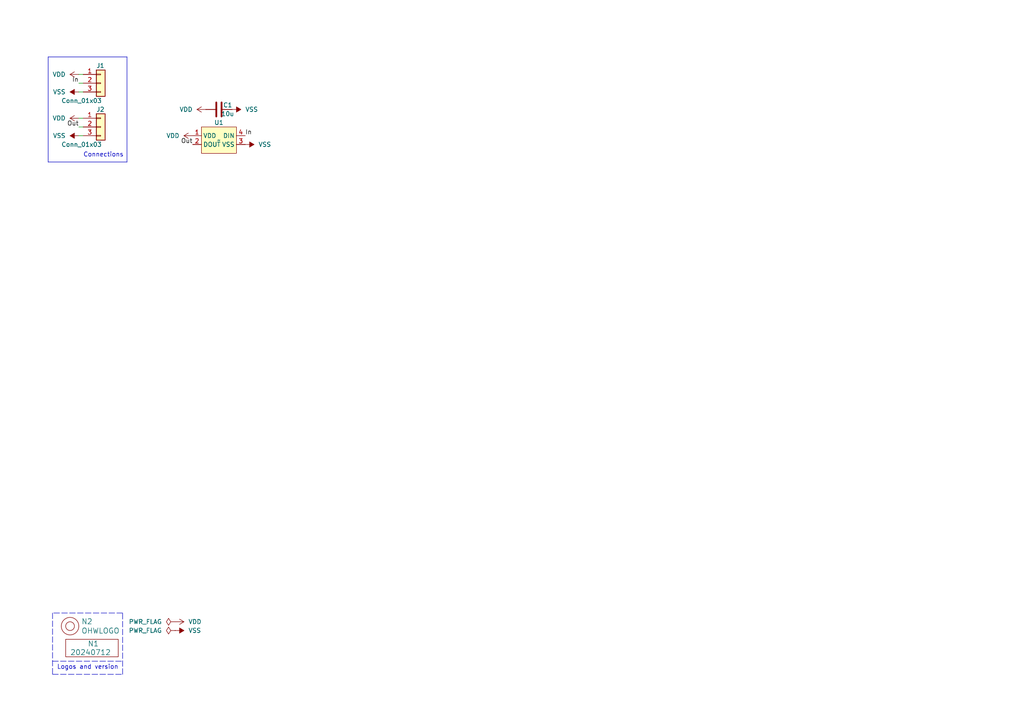
<source format=kicad_sch>
(kicad_sch (version 20231120) (generator "eeschema") (generator_version "8.0")
  (paper "A4")
  (lib_symbols
    (symbol "Connector_Generic:Conn_01x03" (pin_names (offset 1.016) hide)
      (property "Reference" "J" (at 0 5.08 0))
      (property "Value" "Conn_01x03" (at 0 -5.08 0))
      (symbol "Conn_01x03_1_1"
        (rectangle (start -1.27 -2.413) (end 0 -2.667) (stroke (width 0.1524)))
        (rectangle (start -1.27 0.127) (end 0 -0.127) (stroke (width 0.1524)))
        (rectangle (start -1.27 2.667) (end 0 2.413) (stroke (width 0.1524)))
        (rectangle (start -1.27 3.81) (end 1.27 -3.81) (stroke (width 0.254)) (fill (type background)))
        (pin passive line (at -5.08 2.54 0) (length 3.81) (name "Pin_1") (number "1"))
        (pin passive line (at -5.08 0 0) (length 3.81) (name "Pin_2") (number "2"))
        (pin passive line (at -5.08 -2.54 0) (length 3.81) (name "Pin_3") (number "3"))
      )
    )
    (symbol "Device:C" (pin_numbers hide) (pin_names (offset 0.254))
      (property "Reference" "C" (at 0.635 2.54 0))
      (property "Value" "C" (at 0.635 -2.54 0))
      (symbol "C_0_1"
        (polyline (pts (xy -2.032 -0.762) (xy 2.032 -0.762)) (stroke (width 0.508)))
        (polyline (pts (xy -2.032 0.762) (xy 2.032 0.762)) (stroke (width 0.508)))
      )
      (symbol "C_1_1"
        (pin passive line (at 0 3.81 270) (length 2.794) (name "~") (number "1"))
        (pin passive line (at 0 -3.81 90) (length 2.794) (name "~") (number "2"))
      )
    )
    (symbol "SquantorLabels:OHWLOGO" (pin_names (offset 1.016))
      (property "Reference" "N" (at 0 3.81 0))
      (property "Value" "OHWLOGO" (at 0 -3.81 0))
      (symbol "OHWLOGO_0_1"
        (circle (center 0 0) (radius 1.27))
        (circle (center 0 0) (radius 2.54))
      )
    )
    (symbol "SquantorLabels:VYYYYMMDD" (pin_names (offset 1.016))
      (property "Reference" "N" (at 0 2.54 0))
      (property "Value" "VYYYYMMDD" (at 0 0 0))
      (symbol "VYYYYMMDD_0_1"
        (rectangle (start 7.62 -1.27) (end -7.62 3.81))
      )
    )
    (symbol "SquantorOpto:WS2812_4pin"
      (property "Reference" "U" (at 0 5.08 0))
      (symbol "WS2812_4pin_1_1"
        (rectangle (start -5.08 3.81) (end 5.08 -3.81) (fill (type background)))
        (pin power_in line (at -7.62 1.27 0) (length 2.54) (name "VDD") (number "1"))
        (pin output line (at -7.62 -1.27 0) (length 2.54) (name "DOUT") (number "2"))
        (pin power_in line (at 7.62 -1.27 180) (length 2.54) (name "VSS") (number "3"))
        (pin input line (at 7.62 1.27 180) (length 2.54) (name "DIN") (number "4"))
      )
    )
    (symbol "power:PWR_FLAG" (power) (pin_numbers hide) (pin_names (offset 0) hide)
      (property "Value" "PWR_FLAG" (at 0 3.81 0))
      (symbol "PWR_FLAG_0_0"
        (pin power_out line (at 0 0 90) (length 0) (name "pwr") (number "1"))
      )
      (symbol "PWR_FLAG_0_1"
        (polyline (pts (xy 0 0) (xy 0 1.27) (xy -1.016 1.905) (xy 0 2.54) (xy 1.016 1.905) (xy 0 1.27)))
      )
    )
    (symbol "power:VDD" (power) (pin_names (offset 0))
      (property "Value" "VDD" (at 0 3.81 0))
      (symbol "VDD_0_1"
        (polyline (pts (xy -0.762 1.27) (xy 0 2.54)))
        (polyline (pts (xy 0 0) (xy 0 2.54)))
        (polyline (pts (xy 0 2.54) (xy 0.762 1.27)))
      )
      (symbol "VDD_1_1"
        (pin power_in line (at 0 0 90) (length 0) hide (name "VDD") (number "1"))
      )
    )
    (symbol "power:VSS" (power) (pin_names (offset 0))
      (property "Value" "VSS" (at 0 3.81 0))
      (symbol "VSS_0_1"
        (polyline (pts (xy 0 0) (xy 0 2.54)))
        (polyline (pts (xy 0.762 1.27) (xy -0.762 1.27) (xy 0 2.54) (xy 0.762 1.27)) (fill (type outline)))
      )
      (symbol "VSS_1_1"
        (pin power_in line (at 0 0 90) (length 0) hide (name "VSS") (number "1"))
      )
    )
  )
  (wire (pts (xy 22.86 34.29) (xy 24.13 34.29)))
  (polyline (pts (xy 15.24 191.77) (xy 35.56 191.77)) (stroke (width 0) (type dash)))
  (wire (pts (xy 22.86 26.67) (xy 24.13 26.67)))
  (polyline (pts (xy 15.24 177.8) (xy 15.24 195.58)) (stroke (width 0) (type dash)))
  (polyline (pts (xy 35.56 195.58) (xy 35.56 177.8)) (stroke (width 0) (type dash)))
  (polyline (pts (xy 13.97 46.99) (xy 36.83 46.99)))
  (wire (pts (xy 22.86 39.37) (xy 24.13 39.37)))
  (wire (pts (xy 22.86 21.59) (xy 24.13 21.59)))
  (wire (pts (xy 22.86 24.13) (xy 24.13 24.13)))
  (wire (pts (xy 22.86 36.83) (xy 24.13 36.83)))
  (polyline (pts (xy 36.83 16.51) (xy 13.97 16.51)))
  (polyline (pts (xy 15.24 195.58) (xy 35.56 195.58)) (stroke (width 0) (type dash)))
  (polyline (pts (xy 36.83 46.99) (xy 36.83 16.51)))
  (polyline (pts (xy 35.56 177.8) (xy 15.24 177.8)) (stroke (width 0) (type dash)))
  (polyline (pts (xy 13.97 16.51) (xy 13.97 46.99)))
  (text "Connections" (at 24.13 45.72 0) (effects (font (size 1.27 1.27)) (justify left bottom)))
  (text "Logos and version" (at 16.51 194.31 0) (effects (font (size 1.27 1.27)) (justify left bottom)))
  (label "In" (at 71.12 39.37 0))
  (label "In" (at 22.86 24.13 180))
  (label "Out" (at 22.86 36.83 180))
  (label "Out" (at 55.88 41.91 180))
  (symbol (lib_id "SquantorLabels:VYYYYMMDD") (at 26.67 189.23 0) (unit 1)
    (property "Reference" "N1" (at 25.4 186.69 0) (effects (font (size 1.524 1.524)) (justify left)))
    (property "Value" "20240712" (at 20.32 189.23 0) (effects (font (size 1.524 1.524)) (justify left)))
    (property "Footprint" "SquantorLabels:Label_Generic" (effects (hide yes)))
  )
  (symbol (lib_id "SquantorLabels:OHWLOGO") (at 20.32 181.61 0) (unit 1)
    (property "Reference" "N2" (at 23.5712 180.2638 0) (effects (font (size 1.524 1.524)) (justify left)))
    (property "Value" "OHWLOGO" (at 23.5712 182.9562 0) (effects (font (size 1.524 1.524)) (justify left)))
    (property "Footprint" "Symbol:OSHW-Symbol_6.7x6mm_SilkScreen" (effects (hide yes)))
  )
  (symbol (lib_id "SquantorOpto:WS2812_4pin") (at 63.5 40.64 0) (unit 1)
    (property "Reference" "U1" (at 63.5 35.56 0))
    (property "Value" "~" (at 63.5 40.64 0))
    (property "Footprint" "SquantorOpto:WS2812B" (effects (hide yes)))
  )
  (symbol (lib_id "power:VDD") (at 59.69 31.75 90) (unit 1)
    (property "Reference" "#PWR08" (effects (hide yes)))
    (property "Value" "VDD" (at 55.88 31.75 90) (effects (justify left)))
  )
  (symbol (lib_id "Connector_Generic:Conn_01x03") (at 29.21 24.13 0) (unit 1)
    (property "Reference" "J1" (at 27.94 19.05 0) (effects (justify left)))
    (property "Value" "Conn_01x03" (at 17.78 29.21 0) (effects (justify left)))
    (property "Footprint" "SquantorConnectors:pads-0200-1x03-W012-D020" (effects (hide yes)))
  )
  (symbol (lib_id "power:VDD") (at 22.86 34.29 90) (unit 1)
    (property "Reference" "#PWR03" (effects (hide yes)))
    (property "Value" "VDD" (at 19.05 34.29 90) (effects (justify left)))
  )
  (symbol (lib_id "power:PWR_FLAG") (at 50.8 180.34 90) (unit 1)
    (property "Reference" "#FLG01" (effects (hide yes)))
    (property "Value" "PWR_FLAG" (at 46.99 180.34 90) (effects (justify left)))
  )
  (symbol (lib_id "power:VDD") (at 55.88 39.37 90) (unit 1)
    (property "Reference" "#PWR07" (effects (hide yes)))
    (property "Value" "VDD" (at 52.07 39.37 90) (effects (justify left)))
  )
  (symbol (lib_id "power:VDD") (at 50.8 180.34 270) (unit 1)
    (property "Reference" "#PWR05" (effects (hide yes)))
    (property "Value" "VDD" (at 54.61 180.34 90) (effects (justify left)))
  )
  (symbol (lib_id "power:VDD") (at 22.86 21.59 90) (unit 1)
    (property "Reference" "#PWR01" (effects (hide yes)))
    (property "Value" "VDD" (at 19.05 21.59 90) (effects (justify left)))
  )
  (symbol (lib_id "power:VSS") (at 22.86 26.67 90) (unit 1)
    (property "Reference" "#PWR02" (effects (hide yes)))
    (property "Value" "VSS" (at 19.05 26.67 90) (effects (justify left)))
  )
  (symbol (lib_id "power:VSS") (at 50.8 182.88 270) (unit 1)
    (property "Reference" "#PWR06" (effects (hide yes)))
    (property "Value" "VSS" (at 54.61 182.88 90) (effects (justify left)))
  )
  (symbol (lib_id "power:VSS") (at 67.31 31.75 270) (unit 1)
    (property "Reference" "#PWR010" (effects (hide yes)))
    (property "Value" "VSS" (at 71.12 31.75 90) (effects (justify left)))
  )
  (symbol (lib_id "power:PWR_FLAG") (at 50.8 182.88 90) (unit 1)
    (property "Reference" "#FLG02" (effects (hide yes)))
    (property "Value" "PWR_FLAG" (at 46.99 182.88 90) (effects (justify left)))
  )
  (symbol (lib_id "power:VSS") (at 71.12 41.91 270) (unit 1)
    (property "Reference" "#PWR09" (effects (hide yes)))
    (property "Value" "VSS" (at 74.93 41.91 90) (effects (justify left)))
  )
  (symbol (lib_id "Device:C") (at 63.5 31.75 90) (unit 1)
    (property "Reference" "C1" (at 66.04 30.48 90))
    (property "Value" "10u" (at 66.04 33.02 90))
    (property "Footprint" "SquantorCapacitor:C_0805+0603" (effects (hide yes)))
  )
  (symbol (lib_id "Connector_Generic:Conn_01x03") (at 29.21 36.83 0) (unit 1)
    (property "Reference" "J2" (at 27.94 31.75 0) (effects (justify left)))
    (property "Value" "Conn_01x03" (at 17.78 41.91 0) (effects (justify left)))
    (property "Footprint" "SquantorConnectors:pads-0200-1x03-W012-D020" (effects (hide yes)))
  )
  (symbol (lib_id "power:VSS") (at 22.86 39.37 90) (unit 1)
    (property "Reference" "#PWR04" (effects (hide yes)))
    (property "Value" "VSS" (at 19.05 39.37 90) (effects (justify left)))
  )
)
</source>
